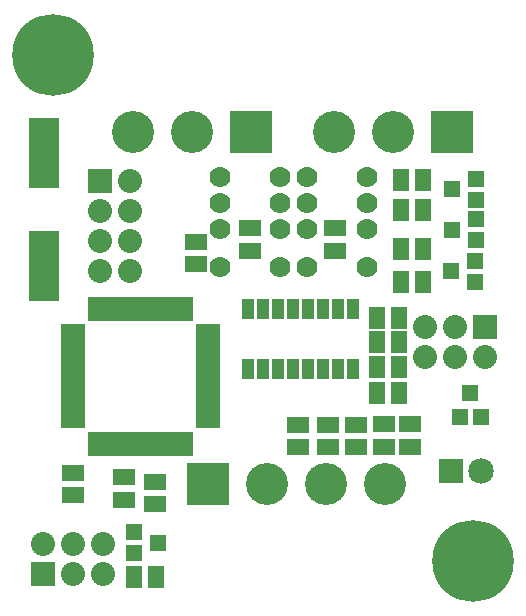
<source format=gts>
G04 #@! TF.GenerationSoftware,KiCad,Pcbnew,(5.1.5)-3*
G04 #@! TF.CreationDate,2021-08-30T19:46:02+02:00*
G04 #@! TF.ProjectId,wa2,7761322e-6b69-4636-9164-5f7063625858,0428 -*
G04 #@! TF.SameCoordinates,Original*
G04 #@! TF.FileFunction,Soldermask,Top*
G04 #@! TF.FilePolarity,Negative*
%FSLAX46Y46*%
G04 Gerber Fmt 4.6, Leading zero omitted, Abs format (unit mm)*
G04 Created by KiCad (PCBNEW (5.1.5)-3) date 2021-08-30 19:46:02*
%MOMM*%
%LPD*%
G04 APERTURE LIST*
%ADD10C,6.908800*%
%ADD11R,1.905000X1.397000*%
%ADD12R,2.159000X2.159000*%
%ADD13C,2.159000*%
%ADD14C,3.556000*%
%ADD15R,3.556000X3.556000*%
%ADD16R,2.032000X2.032000*%
%ADD17C,2.032000*%
%ADD18R,1.422400X1.422400*%
%ADD19R,1.397000X1.905000*%
%ADD20C,1.778000*%
%ADD21R,1.016000X1.651000*%
%ADD22R,0.914400X2.032000*%
%ADD23R,2.032000X0.914400*%
%ADD24R,2.506980X6.007100*%
G04 APERTURE END LIST*
D10*
X156083000Y-120777000D03*
X120523000Y-77978000D03*
D11*
X126492000Y-115633500D03*
X126492000Y-113728500D03*
D12*
X154178000Y-113157000D03*
D13*
X156718000Y-113157000D03*
D14*
X144264380Y-84455000D03*
D15*
X154264360Y-84455000D03*
D14*
X149265640Y-84455000D03*
X132247640Y-84455000D03*
D15*
X137246360Y-84455000D03*
D14*
X127246380Y-84455000D03*
X148643340Y-114300000D03*
X138643360Y-114300000D03*
D15*
X133644640Y-114300000D03*
D14*
X143644620Y-114300000D03*
D16*
X119634000Y-121920000D03*
D17*
X119634000Y-119380000D03*
X122174000Y-121920000D03*
X122174000Y-119380000D03*
X124714000Y-121920000D03*
X124714000Y-119380000D03*
D11*
X129159000Y-114109500D03*
X129159000Y-116014500D03*
D17*
X152019000Y-103505000D03*
X152019000Y-100965000D03*
X154559000Y-103505000D03*
X154559000Y-100965000D03*
X157099000Y-103505000D03*
D16*
X157099000Y-100965000D03*
X124460000Y-88646000D03*
D17*
X127000000Y-88646000D03*
X124460000Y-91186000D03*
X127000000Y-91186000D03*
X124460000Y-93726000D03*
X127000000Y-93726000D03*
X124460000Y-96266000D03*
X127000000Y-96266000D03*
D18*
X156718000Y-108585000D03*
X154940000Y-108585000D03*
X155829000Y-106553000D03*
X154241500Y-89344500D03*
X156273500Y-90233500D03*
X156273500Y-88455500D03*
X156210000Y-95377000D03*
X156210000Y-97155000D03*
X154178000Y-96266000D03*
X156273500Y-91884500D03*
X156273500Y-93662500D03*
X154241500Y-92773500D03*
X129413000Y-119253000D03*
X127381000Y-118364000D03*
X127381000Y-120142000D03*
D11*
X150700000Y-109247500D03*
X150700000Y-111152500D03*
D19*
X151828500Y-91059000D03*
X149923500Y-91059000D03*
X149923500Y-97155000D03*
X151828500Y-97155000D03*
X149923500Y-94361000D03*
X151828500Y-94361000D03*
X149796500Y-102235000D03*
X147891500Y-102235000D03*
X149796500Y-100203000D03*
X147891500Y-100203000D03*
X147891500Y-106553000D03*
X149796500Y-106553000D03*
X147891500Y-104394000D03*
X149796500Y-104394000D03*
D11*
X132588000Y-93789500D03*
X132588000Y-95694500D03*
D19*
X151828500Y-88519000D03*
X149923500Y-88519000D03*
D11*
X144399000Y-92646500D03*
X144399000Y-94551500D03*
X137160000Y-94551500D03*
X137160000Y-92646500D03*
X146158000Y-109283500D03*
X146158000Y-111188500D03*
X141205000Y-111188500D03*
X141205000Y-109283500D03*
X122174000Y-115252500D03*
X122174000Y-113347500D03*
X143745000Y-111188500D03*
X143745000Y-109283500D03*
X148500000Y-109247500D03*
X148500000Y-111152500D03*
D19*
X127317500Y-122174000D03*
X129222500Y-122174000D03*
D20*
X147066000Y-95910400D03*
X141986000Y-95910400D03*
X147066000Y-92710000D03*
X147066000Y-90510360D03*
X147066000Y-88310720D03*
X141986000Y-92710000D03*
X141986000Y-90510360D03*
X141986000Y-88310720D03*
X134620000Y-88310720D03*
X134620000Y-90510360D03*
X134620000Y-92710000D03*
X139700000Y-88310720D03*
X139700000Y-90510360D03*
X139700000Y-92710000D03*
X134620000Y-95910400D03*
X139700000Y-95910400D03*
D21*
X137033000Y-104521000D03*
X138303000Y-104521000D03*
X139573000Y-104521000D03*
X140843000Y-104521000D03*
X142113000Y-104521000D03*
X143383000Y-104521000D03*
X144653000Y-104521000D03*
X145923000Y-104521000D03*
X145923000Y-99441000D03*
X144653000Y-99441000D03*
X143383000Y-99441000D03*
X142113000Y-99441000D03*
X140843000Y-99441000D03*
X139573000Y-99441000D03*
X138303000Y-99441000D03*
X137033000Y-99441000D03*
D22*
X127889000Y-110871000D03*
X128689100Y-110871000D03*
X129489200Y-110871000D03*
X130289300Y-110871000D03*
X131089400Y-110871000D03*
X131889500Y-110871000D03*
X127088900Y-110871000D03*
X126288800Y-110871000D03*
X125488700Y-110871000D03*
X124688600Y-110871000D03*
X123888500Y-110871000D03*
X127889000Y-99441000D03*
X128689100Y-99441000D03*
X129489200Y-99441000D03*
X130289300Y-99441000D03*
X131089400Y-99441000D03*
X131889500Y-99441000D03*
X127088900Y-99441000D03*
X126288800Y-99441000D03*
X125488700Y-99441000D03*
X124688600Y-99441000D03*
X123888500Y-99441000D03*
D23*
X133604000Y-105156000D03*
X122174000Y-105156000D03*
X133604000Y-104355900D03*
X122174000Y-104355900D03*
X122174000Y-103555800D03*
X133604000Y-103555800D03*
X133604000Y-102755700D03*
X122174000Y-102755700D03*
X122174000Y-101955600D03*
X133604000Y-101955600D03*
X133604000Y-101155500D03*
X122174000Y-101155500D03*
X122174000Y-105956100D03*
X133604000Y-105956100D03*
X133604000Y-106756200D03*
X122174000Y-106756200D03*
X122174000Y-107556300D03*
X133604000Y-107556300D03*
X133604000Y-108356400D03*
X122174000Y-108356400D03*
X122174000Y-109156500D03*
X133604000Y-109156500D03*
D24*
X119761000Y-86309200D03*
X119761000Y-95808800D03*
M02*

</source>
